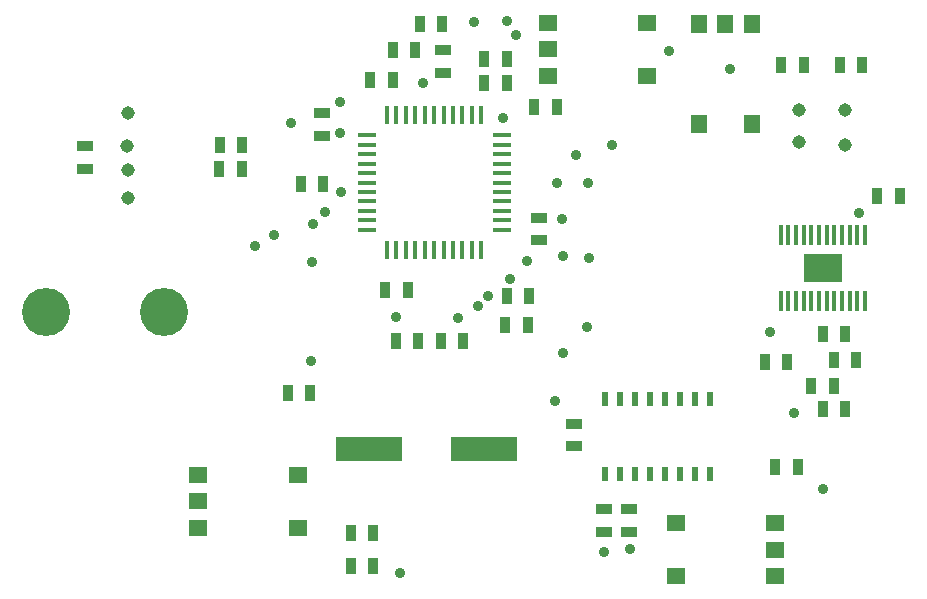
<source format=gts>
%FSLAX46Y46*%
G04 Gerber Fmt 4.6, Leading zero omitted, Abs format (unit mm)*
G04 Created by KiCad (PCBNEW (2014-jan-25)-product) date Wed 09 Jul 2014 20:06:45 EST*
%MOMM*%
G01*
G04 APERTURE LIST*
%ADD10C,0.150000*%
%ADD11R,0.406400X1.524000*%
%ADD12R,1.524000X0.406400*%
%ADD13C,4.064000*%
%ADD14R,0.889000X1.397000*%
%ADD15R,1.397000X0.889000*%
%ADD16R,0.452400X1.752400*%
%ADD17R,3.302000X2.402000*%
%ADD18R,0.508000X1.143000*%
%ADD19R,5.600700X2.100580*%
%ADD20C,1.143000*%
%ADD21R,1.600200X1.399540*%
%ADD22R,1.399540X1.600200*%
%ADD23C,0.889000*%
G04 APERTURE END LIST*
D10*
D11*
X109854999Y-84284999D03*
X109054899Y-84284999D03*
X108254799Y-84284999D03*
X107454699Y-84284999D03*
X106654599Y-84284999D03*
X105854499Y-84284999D03*
X110655099Y-84284999D03*
X111455199Y-84284999D03*
X112255299Y-84284999D03*
X113055399Y-84284999D03*
X113855499Y-84284999D03*
X109854999Y-95714999D03*
X109054899Y-95714999D03*
X108254799Y-95714999D03*
X107454699Y-95714999D03*
X106654599Y-95714999D03*
X105854499Y-95714999D03*
X110655099Y-95714999D03*
X111455199Y-95714999D03*
X112255299Y-95714999D03*
X113055399Y-95714999D03*
X113855499Y-95714999D03*
D12*
X104139999Y-89999999D03*
X115569999Y-89999999D03*
X104139999Y-90800099D03*
X115569999Y-90800099D03*
X115569999Y-91600199D03*
X104139999Y-91600199D03*
X104139999Y-92400299D03*
X115569999Y-92400299D03*
X115569999Y-93200399D03*
X104139999Y-93200399D03*
X104139999Y-94000499D03*
X115569999Y-94000499D03*
X115569999Y-89199899D03*
X104139999Y-89199899D03*
X104139999Y-88399799D03*
X115569999Y-88399799D03*
X115569999Y-87599699D03*
X104139999Y-87599699D03*
X104139999Y-86799599D03*
X115569999Y-86799599D03*
X115569999Y-85999499D03*
X104139999Y-85999499D03*
D13*
X76999999Y-100999999D03*
D14*
X110426499Y-103377999D03*
X112331499Y-103377999D03*
X108521499Y-103377999D03*
X106616499Y-103377999D03*
X98542499Y-90142999D03*
X100447499Y-90142999D03*
D15*
X80263999Y-86931499D03*
X80263999Y-88836499D03*
X100329999Y-84137499D03*
X100329999Y-86042499D03*
D14*
X107632499Y-99059999D03*
X105727499Y-99059999D03*
D15*
X118744999Y-94867499D03*
X118744999Y-92962499D03*
D14*
X106362499Y-81279999D03*
X104457499Y-81279999D03*
X106362499Y-78739999D03*
X108267499Y-78739999D03*
D15*
X121665999Y-110426499D03*
X121665999Y-112331499D03*
D14*
X144682499Y-102849999D03*
X142777499Y-102849999D03*
X144682499Y-109149999D03*
X142777499Y-109149999D03*
X145599499Y-105016999D03*
X143694499Y-105016999D03*
X143710499Y-107202999D03*
X141805499Y-107202999D03*
D13*
X86999999Y-100999999D03*
D16*
X143093999Y-100058999D03*
X143743999Y-100058999D03*
X144393999Y-100058999D03*
X145043999Y-100058999D03*
X145693999Y-100058999D03*
X146343999Y-100058999D03*
X142443999Y-100058999D03*
X141793999Y-100058999D03*
X141143999Y-100058999D03*
X140493999Y-100058999D03*
X139843999Y-100058999D03*
X139193999Y-100058999D03*
X139193999Y-94458999D03*
X139843999Y-94458999D03*
X140493999Y-94458999D03*
X141143999Y-94458999D03*
X141793999Y-94458999D03*
X142443999Y-94458999D03*
X146343999Y-94458999D03*
X145693999Y-94458999D03*
X145043999Y-94458999D03*
X144393999Y-94458999D03*
X143743999Y-94458999D03*
X143093999Y-94458999D03*
D17*
X142768999Y-97258999D03*
D14*
X97472499Y-107822999D03*
X99377499Y-107822999D03*
X118318499Y-83570999D03*
X120223499Y-83570999D03*
X115887499Y-102077999D03*
X117792499Y-102077999D03*
X115987499Y-99602999D03*
X117892499Y-99602999D03*
X116014499Y-79501999D03*
X114109499Y-79501999D03*
X137847499Y-105199999D03*
X139752499Y-105199999D03*
X93572499Y-88869999D03*
X91667499Y-88869999D03*
X93622499Y-86854999D03*
X91717499Y-86854999D03*
D15*
X124205999Y-117665499D03*
X124205999Y-119570499D03*
D14*
X140652499Y-114045999D03*
X138747499Y-114045999D03*
X141160499Y-80009999D03*
X139255499Y-80009999D03*
X144208499Y-80009999D03*
X146113499Y-80009999D03*
X147361499Y-91116999D03*
X149266499Y-91116999D03*
D18*
X124332999Y-108330999D03*
X126872999Y-108330999D03*
X128142999Y-108330999D03*
X129412999Y-108330999D03*
X130682999Y-108330999D03*
X131952999Y-108330999D03*
X133222999Y-108330999D03*
X133222999Y-114680999D03*
X131952999Y-114680999D03*
X130682999Y-114680999D03*
X129412999Y-114680999D03*
X128142999Y-114680999D03*
X126872999Y-114680999D03*
X125602999Y-114680999D03*
X124332999Y-114680999D03*
X125602999Y-108330999D03*
D19*
X114068859Y-112521999D03*
X104371139Y-112521999D03*
D20*
X144661999Y-86814999D03*
X144661999Y-83874999D03*
X140788999Y-86554999D03*
X140788999Y-83894999D03*
X83946999Y-88899999D03*
X83819999Y-86867999D03*
X83946999Y-84073999D03*
X83946999Y-91312999D03*
D15*
X126364999Y-117665499D03*
X126364999Y-119570499D03*
D14*
X110553499Y-76580999D03*
X108648499Y-76580999D03*
X102806499Y-119633999D03*
X104711499Y-119633999D03*
D15*
X110616999Y-78803499D03*
X110616999Y-80708499D03*
D14*
X102806499Y-122427999D03*
X104711499Y-122427999D03*
X114094499Y-81608000D03*
X115999499Y-81608000D03*
D21*
X98301159Y-119250439D03*
X89898839Y-119250439D03*
X89898839Y-116999999D03*
X98301159Y-114749559D03*
X89898839Y-114749559D03*
D22*
X132249559Y-85001159D03*
X132249559Y-76598839D03*
X134499999Y-76598839D03*
X136750439Y-85001159D03*
X136750439Y-76598839D03*
D21*
X127901159Y-80950439D03*
X119498839Y-80950439D03*
X119498839Y-78699999D03*
X127901159Y-76449559D03*
X119498839Y-76449559D03*
X130298839Y-118849559D03*
X138701159Y-118849559D03*
X138701159Y-121099999D03*
X130298839Y-123350439D03*
X138701159Y-123350439D03*
D23*
X120699999Y-93099999D03*
X101999999Y-90799999D03*
X115699999Y-84499999D03*
X101899999Y-83199999D03*
X101899999Y-85799999D03*
X106933999Y-123062999D03*
X120099999Y-108499999D03*
X120776999Y-104393999D03*
X122808999Y-102234999D03*
X142747999Y-115950999D03*
X140334999Y-109473999D03*
X138302999Y-102615999D03*
X99399999Y-105099999D03*
X134899999Y-80399999D03*
X129699999Y-78899999D03*
X111899999Y-101499999D03*
X106599999Y-101399999D03*
X120299999Y-89999999D03*
X145869509Y-92599999D03*
X99599999Y-93499999D03*
X113584749Y-100473749D03*
X114399999Y-99599999D03*
X100599999Y-92499999D03*
X122899999Y-90000008D03*
X121899999Y-87625119D03*
X122999999Y-96399999D03*
X124199999Y-121299999D03*
X113199999Y-76399999D03*
X108899999Y-81599999D03*
X115999999Y-76299999D03*
X116756131Y-77511329D03*
X99499999Y-96699999D03*
X117699999Y-96599999D03*
X120799999Y-96199999D03*
X96299999Y-94399999D03*
X94699999Y-95399999D03*
X124899999Y-86799999D03*
X97719999Y-84919999D03*
X126399999Y-120999999D03*
X116241949Y-98164033D03*
M02*

</source>
